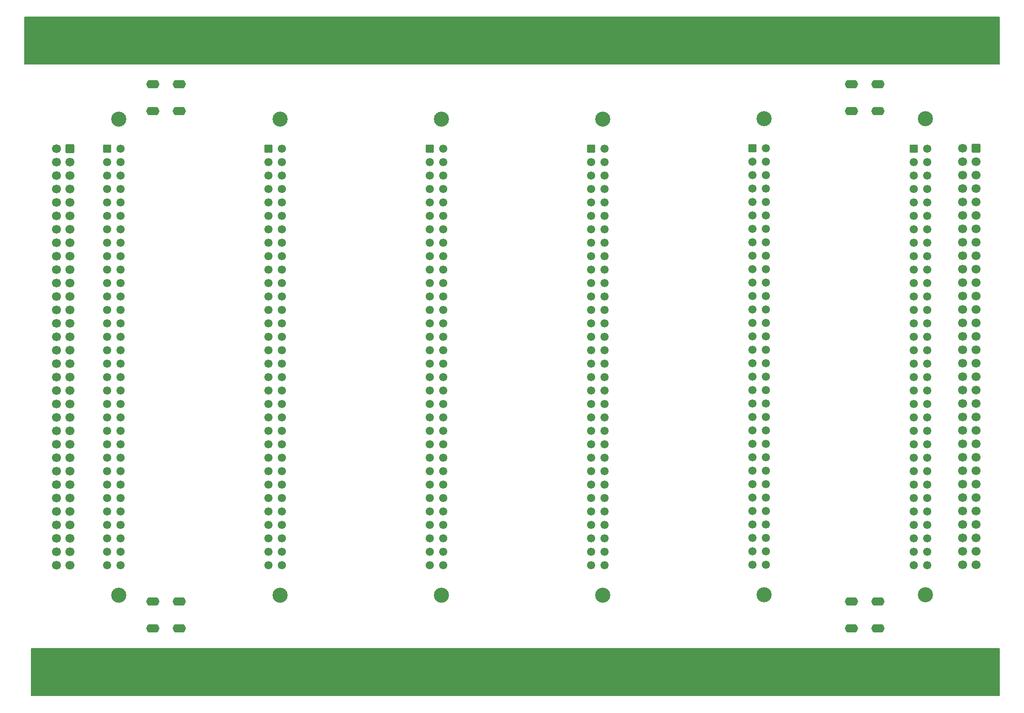
<source format=gbr>
%TF.GenerationSoftware,KiCad,Pcbnew,7.0.11+dfsg-1build4*%
%TF.CreationDate,2024-12-30T23:58:22+01:00*%
%TF.ProjectId,Z80-Backplane,5a38302d-4261-4636-9b70-6c616e652e6b,rev?*%
%TF.SameCoordinates,Original*%
%TF.FileFunction,Soldermask,Top*%
%TF.FilePolarity,Negative*%
%FSLAX46Y46*%
G04 Gerber Fmt 4.6, Leading zero omitted, Abs format (unit mm)*
G04 Created by KiCad (PCBNEW 7.0.11+dfsg-1build4) date 2024-12-30 23:58:22*
%MOMM*%
%LPD*%
G01*
G04 APERTURE LIST*
G04 Aperture macros list*
%AMRoundRect*
0 Rectangle with rounded corners*
0 $1 Rounding radius*
0 $2 $3 $4 $5 $6 $7 $8 $9 X,Y pos of 4 corners*
0 Add a 4 corners polygon primitive as box body*
4,1,4,$2,$3,$4,$5,$6,$7,$8,$9,$2,$3,0*
0 Add four circle primitives for the rounded corners*
1,1,$1+$1,$2,$3*
1,1,$1+$1,$4,$5*
1,1,$1+$1,$6,$7*
1,1,$1+$1,$8,$9*
0 Add four rect primitives between the rounded corners*
20,1,$1+$1,$2,$3,$4,$5,0*
20,1,$1+$1,$4,$5,$6,$7,0*
20,1,$1+$1,$6,$7,$8,$9,0*
20,1,$1+$1,$8,$9,$2,$3,0*%
G04 Aperture macros list end*
%ADD10C,0.150000*%
%ADD11C,2.850000*%
%ADD12RoundRect,0.249999X-0.525001X-0.525001X0.525001X-0.525001X0.525001X0.525001X-0.525001X0.525001X0*%
%ADD13C,1.550000*%
%ADD14C,4.700000*%
%ADD15O,2.500000X1.600000*%
%ADD16RoundRect,0.250000X0.600000X0.600000X-0.600000X0.600000X-0.600000X-0.600000X0.600000X-0.600000X0*%
%ADD17C,1.700000*%
G04 APERTURE END LIST*
D10*
X44450000Y-46990000D02*
X228600000Y-46990000D01*
X228600000Y-55880000D01*
X44450000Y-55880000D01*
X44450000Y-46990000D01*
G36*
X44450000Y-46990000D02*
G01*
X228600000Y-46990000D01*
X228600000Y-55880000D01*
X44450000Y-55880000D01*
X44450000Y-46990000D01*
G37*
X45720000Y-166370000D02*
X228600000Y-166370000D01*
X228600000Y-175260000D01*
X45720000Y-175260000D01*
X45720000Y-166370000D01*
G36*
X45720000Y-166370000D02*
G01*
X228600000Y-166370000D01*
X228600000Y-175260000D01*
X45720000Y-175260000D01*
X45720000Y-166370000D01*
G37*
D11*
%TO.C,J3*%
X184160000Y-66170000D03*
X184160000Y-156170000D03*
D12*
X181920000Y-71800000D03*
D13*
X181920000Y-74340000D03*
X181920000Y-76880000D03*
X181920000Y-79420000D03*
X181920000Y-81960000D03*
X181920000Y-84500000D03*
X181920000Y-87040000D03*
X181920000Y-89580000D03*
X181920000Y-92120000D03*
X181920000Y-94660000D03*
X181920000Y-97200000D03*
X181920000Y-99740000D03*
X181920000Y-102280000D03*
X181920000Y-104820000D03*
X181920000Y-107360000D03*
X181920000Y-109900000D03*
X181920000Y-112440000D03*
X181920000Y-114980000D03*
X181920000Y-117520000D03*
X181920000Y-120060000D03*
X181920000Y-122600000D03*
X181920000Y-125140000D03*
X181920000Y-127680000D03*
X181920000Y-130220000D03*
X181920000Y-132760000D03*
X181920000Y-135300000D03*
X181920000Y-137840000D03*
X181920000Y-140380000D03*
X181920000Y-142920000D03*
X181920000Y-145460000D03*
X181920000Y-148000000D03*
X181920000Y-150540000D03*
X184460000Y-71800000D03*
X184460000Y-74340000D03*
X184460000Y-76880000D03*
X184460000Y-79420000D03*
X184460000Y-81960000D03*
X184460000Y-84500000D03*
X184460000Y-87040000D03*
X184460000Y-89580000D03*
X184460000Y-92120000D03*
X184460000Y-94660000D03*
X184460000Y-97200000D03*
X184460000Y-99740000D03*
X184460000Y-102280000D03*
X184460000Y-104820000D03*
X184460000Y-107360000D03*
X184460000Y-109900000D03*
X184460000Y-112440000D03*
X184460000Y-114980000D03*
X184460000Y-117520000D03*
X184460000Y-120060000D03*
X184460000Y-122600000D03*
X184460000Y-125140000D03*
X184460000Y-127680000D03*
X184460000Y-130220000D03*
X184460000Y-132760000D03*
X184460000Y-135300000D03*
X184460000Y-137840000D03*
X184460000Y-140380000D03*
X184460000Y-142920000D03*
X184460000Y-145460000D03*
X184460000Y-148000000D03*
X184460000Y-150540000D03*
%TD*%
D11*
%TO.C,J4*%
X214640000Y-66200000D03*
X214640000Y-156200000D03*
D12*
X212400000Y-71830000D03*
D13*
X212400000Y-74370000D03*
X212400000Y-76910000D03*
X212400000Y-79450000D03*
X212400000Y-81990000D03*
X212400000Y-84530000D03*
X212400000Y-87070000D03*
X212400000Y-89610000D03*
X212400000Y-92150000D03*
X212400000Y-94690000D03*
X212400000Y-97230000D03*
X212400000Y-99770000D03*
X212400000Y-102310000D03*
X212400000Y-104850000D03*
X212400000Y-107390000D03*
X212400000Y-109930000D03*
X212400000Y-112470000D03*
X212400000Y-115010000D03*
X212400000Y-117550000D03*
X212400000Y-120090000D03*
X212400000Y-122630000D03*
X212400000Y-125170000D03*
X212400000Y-127710000D03*
X212400000Y-130250000D03*
X212400000Y-132790000D03*
X212400000Y-135330000D03*
X212400000Y-137870000D03*
X212400000Y-140410000D03*
X212400000Y-142950000D03*
X212400000Y-145490000D03*
X212400000Y-148030000D03*
X212400000Y-150570000D03*
X214940000Y-71830000D03*
X214940000Y-74370000D03*
X214940000Y-76910000D03*
X214940000Y-79450000D03*
X214940000Y-81990000D03*
X214940000Y-84530000D03*
X214940000Y-87070000D03*
X214940000Y-89610000D03*
X214940000Y-92150000D03*
X214940000Y-94690000D03*
X214940000Y-97230000D03*
X214940000Y-99770000D03*
X214940000Y-102310000D03*
X214940000Y-104850000D03*
X214940000Y-107390000D03*
X214940000Y-109930000D03*
X214940000Y-112470000D03*
X214940000Y-115010000D03*
X214940000Y-117550000D03*
X214940000Y-120090000D03*
X214940000Y-122630000D03*
X214940000Y-125170000D03*
X214940000Y-127710000D03*
X214940000Y-130250000D03*
X214940000Y-132790000D03*
X214940000Y-135330000D03*
X214940000Y-137870000D03*
X214940000Y-140410000D03*
X214940000Y-142950000D03*
X214940000Y-145490000D03*
X214940000Y-148030000D03*
X214940000Y-150570000D03*
%TD*%
D14*
%TO.C,H3*%
X184120000Y-50000000D03*
%TD*%
%TO.C,H8*%
X92680000Y-172500000D03*
%TD*%
%TO.C,H12*%
X92680000Y-50000000D03*
%TD*%
%TO.C,H10*%
X62200000Y-172500000D03*
%TD*%
D11*
%TO.C,J14*%
X62240000Y-66250000D03*
X62240000Y-156250000D03*
D12*
X60000000Y-71880000D03*
D13*
X60000000Y-74420000D03*
X60000000Y-76960000D03*
X60000000Y-79500000D03*
X60000000Y-82040000D03*
X60000000Y-84580000D03*
X60000000Y-87120000D03*
X60000000Y-89660000D03*
X60000000Y-92200000D03*
X60000000Y-94740000D03*
X60000000Y-97280000D03*
X60000000Y-99820000D03*
X60000000Y-102360000D03*
X60000000Y-104900000D03*
X60000000Y-107440000D03*
X60000000Y-109980000D03*
X60000000Y-112520000D03*
X60000000Y-115060000D03*
X60000000Y-117600000D03*
X60000000Y-120140000D03*
X60000000Y-122680000D03*
X60000000Y-125220000D03*
X60000000Y-127760000D03*
X60000000Y-130300000D03*
X60000000Y-132840000D03*
X60000000Y-135380000D03*
X60000000Y-137920000D03*
X60000000Y-140460000D03*
X60000000Y-143000000D03*
X60000000Y-145540000D03*
X60000000Y-148080000D03*
X60000000Y-150620000D03*
X62540000Y-71880000D03*
X62540000Y-74420000D03*
X62540000Y-76960000D03*
X62540000Y-79500000D03*
X62540000Y-82040000D03*
X62540000Y-84580000D03*
X62540000Y-87120000D03*
X62540000Y-89660000D03*
X62540000Y-92200000D03*
X62540000Y-94740000D03*
X62540000Y-97280000D03*
X62540000Y-99820000D03*
X62540000Y-102360000D03*
X62540000Y-104900000D03*
X62540000Y-107440000D03*
X62540000Y-109980000D03*
X62540000Y-112520000D03*
X62540000Y-115060000D03*
X62540000Y-117600000D03*
X62540000Y-120140000D03*
X62540000Y-122680000D03*
X62540000Y-125220000D03*
X62540000Y-127760000D03*
X62540000Y-130300000D03*
X62540000Y-132840000D03*
X62540000Y-135380000D03*
X62540000Y-137920000D03*
X62540000Y-140460000D03*
X62540000Y-143000000D03*
X62540000Y-145540000D03*
X62540000Y-148080000D03*
X62540000Y-150620000D03*
%TD*%
D14*
%TO.C,H1*%
X214600000Y-50000000D03*
%TD*%
%TO.C,H5*%
X153640000Y-50000000D03*
%TD*%
%TO.C,H9*%
X123160000Y-172500000D03*
%TD*%
D11*
%TO.C,J2*%
X153680000Y-66250000D03*
X153680000Y-156250000D03*
D12*
X151440000Y-71880000D03*
D13*
X151440000Y-74420000D03*
X151440000Y-76960000D03*
X151440000Y-79500000D03*
X151440000Y-82040000D03*
X151440000Y-84580000D03*
X151440000Y-87120000D03*
X151440000Y-89660000D03*
X151440000Y-92200000D03*
X151440000Y-94740000D03*
X151440000Y-97280000D03*
X151440000Y-99820000D03*
X151440000Y-102360000D03*
X151440000Y-104900000D03*
X151440000Y-107440000D03*
X151440000Y-109980000D03*
X151440000Y-112520000D03*
X151440000Y-115060000D03*
X151440000Y-117600000D03*
X151440000Y-120140000D03*
X151440000Y-122680000D03*
X151440000Y-125220000D03*
X151440000Y-127760000D03*
X151440000Y-130300000D03*
X151440000Y-132840000D03*
X151440000Y-135380000D03*
X151440000Y-137920000D03*
X151440000Y-140460000D03*
X151440000Y-143000000D03*
X151440000Y-145540000D03*
X151440000Y-148080000D03*
X151440000Y-150620000D03*
X153980000Y-71880000D03*
X153980000Y-74420000D03*
X153980000Y-76960000D03*
X153980000Y-79500000D03*
X153980000Y-82040000D03*
X153980000Y-84580000D03*
X153980000Y-87120000D03*
X153980000Y-89660000D03*
X153980000Y-92200000D03*
X153980000Y-94740000D03*
X153980000Y-97280000D03*
X153980000Y-99820000D03*
X153980000Y-102360000D03*
X153980000Y-104900000D03*
X153980000Y-107440000D03*
X153980000Y-109980000D03*
X153980000Y-112520000D03*
X153980000Y-115060000D03*
X153980000Y-117600000D03*
X153980000Y-120140000D03*
X153980000Y-122680000D03*
X153980000Y-125220000D03*
X153980000Y-127760000D03*
X153980000Y-130300000D03*
X153980000Y-132840000D03*
X153980000Y-135380000D03*
X153980000Y-137920000D03*
X153980000Y-140460000D03*
X153980000Y-143000000D03*
X153980000Y-145540000D03*
X153980000Y-148080000D03*
X153980000Y-150620000D03*
%TD*%
D14*
%TO.C,H4*%
X214600000Y-172500000D03*
%TD*%
%TO.C,H6*%
X153640000Y-172500000D03*
%TD*%
D11*
%TO.C,J15*%
X92720000Y-66250000D03*
X92720000Y-156250000D03*
D12*
X90480000Y-71880000D03*
D13*
X90480000Y-74420000D03*
X90480000Y-76960000D03*
X90480000Y-79500000D03*
X90480000Y-82040000D03*
X90480000Y-84580000D03*
X90480000Y-87120000D03*
X90480000Y-89660000D03*
X90480000Y-92200000D03*
X90480000Y-94740000D03*
X90480000Y-97280000D03*
X90480000Y-99820000D03*
X90480000Y-102360000D03*
X90480000Y-104900000D03*
X90480000Y-107440000D03*
X90480000Y-109980000D03*
X90480000Y-112520000D03*
X90480000Y-115060000D03*
X90480000Y-117600000D03*
X90480000Y-120140000D03*
X90480000Y-122680000D03*
X90480000Y-125220000D03*
X90480000Y-127760000D03*
X90480000Y-130300000D03*
X90480000Y-132840000D03*
X90480000Y-135380000D03*
X90480000Y-137920000D03*
X90480000Y-140460000D03*
X90480000Y-143000000D03*
X90480000Y-145540000D03*
X90480000Y-148080000D03*
X90480000Y-150620000D03*
X93020000Y-71880000D03*
X93020000Y-74420000D03*
X93020000Y-76960000D03*
X93020000Y-79500000D03*
X93020000Y-82040000D03*
X93020000Y-84580000D03*
X93020000Y-87120000D03*
X93020000Y-89660000D03*
X93020000Y-92200000D03*
X93020000Y-94740000D03*
X93020000Y-97280000D03*
X93020000Y-99820000D03*
X93020000Y-102360000D03*
X93020000Y-104900000D03*
X93020000Y-107440000D03*
X93020000Y-109980000D03*
X93020000Y-112520000D03*
X93020000Y-115060000D03*
X93020000Y-117600000D03*
X93020000Y-120140000D03*
X93020000Y-122680000D03*
X93020000Y-125220000D03*
X93020000Y-127760000D03*
X93020000Y-130300000D03*
X93020000Y-132840000D03*
X93020000Y-135380000D03*
X93020000Y-137920000D03*
X93020000Y-140460000D03*
X93020000Y-143000000D03*
X93020000Y-145540000D03*
X93020000Y-148080000D03*
X93020000Y-150620000D03*
%TD*%
D14*
%TO.C,H11*%
X62200000Y-50000000D03*
%TD*%
%TO.C,H2*%
X184120000Y-172500000D03*
%TD*%
D11*
%TO.C,J9*%
X123200000Y-66250000D03*
X123200000Y-156250000D03*
D12*
X120960000Y-71880000D03*
D13*
X120960000Y-74420000D03*
X120960000Y-76960000D03*
X120960000Y-79500000D03*
X120960000Y-82040000D03*
X120960000Y-84580000D03*
X120960000Y-87120000D03*
X120960000Y-89660000D03*
X120960000Y-92200000D03*
X120960000Y-94740000D03*
X120960000Y-97280000D03*
X120960000Y-99820000D03*
X120960000Y-102360000D03*
X120960000Y-104900000D03*
X120960000Y-107440000D03*
X120960000Y-109980000D03*
X120960000Y-112520000D03*
X120960000Y-115060000D03*
X120960000Y-117600000D03*
X120960000Y-120140000D03*
X120960000Y-122680000D03*
X120960000Y-125220000D03*
X120960000Y-127760000D03*
X120960000Y-130300000D03*
X120960000Y-132840000D03*
X120960000Y-135380000D03*
X120960000Y-137920000D03*
X120960000Y-140460000D03*
X120960000Y-143000000D03*
X120960000Y-145540000D03*
X120960000Y-148080000D03*
X120960000Y-150620000D03*
X123500000Y-71880000D03*
X123500000Y-74420000D03*
X123500000Y-76960000D03*
X123500000Y-79500000D03*
X123500000Y-82040000D03*
X123500000Y-84580000D03*
X123500000Y-87120000D03*
X123500000Y-89660000D03*
X123500000Y-92200000D03*
X123500000Y-94740000D03*
X123500000Y-97280000D03*
X123500000Y-99820000D03*
X123500000Y-102360000D03*
X123500000Y-104900000D03*
X123500000Y-107440000D03*
X123500000Y-109980000D03*
X123500000Y-112520000D03*
X123500000Y-115060000D03*
X123500000Y-117600000D03*
X123500000Y-120140000D03*
X123500000Y-122680000D03*
X123500000Y-125220000D03*
X123500000Y-127760000D03*
X123500000Y-130300000D03*
X123500000Y-132840000D03*
X123500000Y-135380000D03*
X123500000Y-137920000D03*
X123500000Y-140460000D03*
X123500000Y-143000000D03*
X123500000Y-145540000D03*
X123500000Y-148080000D03*
X123500000Y-150620000D03*
%TD*%
D14*
%TO.C,H7*%
X123160000Y-50000000D03*
%TD*%
D15*
%TO.C,J10*%
X73660000Y-157480000D03*
X68660000Y-157480000D03*
%TD*%
%TO.C,J5*%
X205660000Y-59690000D03*
X200660000Y-59690000D03*
%TD*%
%TO.C,J12*%
X73660000Y-162560000D03*
X68660000Y-162560000D03*
%TD*%
%TO.C,J8*%
X205660000Y-64770000D03*
X200660000Y-64770000D03*
%TD*%
%TO.C,J13*%
X205660000Y-162560000D03*
X200660000Y-162560000D03*
%TD*%
%TO.C,J7*%
X73660000Y-64770000D03*
X68660000Y-64770000D03*
%TD*%
%TO.C,J6*%
X73660000Y-59690000D03*
X68660000Y-59690000D03*
%TD*%
D16*
%TO.C,J17*%
X52950000Y-71860000D03*
D17*
X50410000Y-71860000D03*
X52950000Y-74400000D03*
X50410000Y-74400000D03*
X52950000Y-76940000D03*
X50410000Y-76940000D03*
X52950000Y-79480000D03*
X50410000Y-79480000D03*
X52950000Y-82020000D03*
X50410000Y-82020000D03*
X52950000Y-84560000D03*
X50410000Y-84560000D03*
X52950000Y-87100000D03*
X50410000Y-87100000D03*
X52950000Y-89640000D03*
X50410000Y-89640000D03*
X52950000Y-92180000D03*
X50410000Y-92180000D03*
X52950000Y-94720000D03*
X50410000Y-94720000D03*
X52950000Y-97260000D03*
X50410000Y-97260000D03*
X52950000Y-99800000D03*
X50410000Y-99800000D03*
X52950000Y-102340000D03*
X50410000Y-102340000D03*
X52950000Y-104880000D03*
X50410000Y-104880000D03*
X52950000Y-107420000D03*
X50410000Y-107420000D03*
X52950000Y-109960000D03*
X50410000Y-109960000D03*
X52950000Y-112500000D03*
X50410000Y-112500000D03*
X52950000Y-115040000D03*
X50410000Y-115040000D03*
X52950000Y-117580000D03*
X50410000Y-117580000D03*
X52950000Y-120120000D03*
X50410000Y-120120000D03*
X52950000Y-122660000D03*
X50410000Y-122660000D03*
X52950000Y-125200000D03*
X50410000Y-125200000D03*
X52950000Y-127740000D03*
X50410000Y-127740000D03*
X52950000Y-130280000D03*
X50410000Y-130280000D03*
X52950000Y-132820000D03*
X50410000Y-132820000D03*
X52950000Y-135360000D03*
X50410000Y-135360000D03*
X52950000Y-137900000D03*
X50410000Y-137900000D03*
X52950000Y-140440000D03*
X50410000Y-140440000D03*
X52950000Y-142980000D03*
X50410000Y-142980000D03*
X52950000Y-145520000D03*
X50410000Y-145520000D03*
X52950000Y-148060000D03*
X50410000Y-148060000D03*
X52950000Y-150600000D03*
X50410000Y-150600000D03*
%TD*%
D16*
%TO.C,J16*%
X224140000Y-71800000D03*
D17*
X221600000Y-71800000D03*
X224140000Y-74340000D03*
X221600000Y-74340000D03*
X224140000Y-76880000D03*
X221600000Y-76880000D03*
X224140000Y-79420000D03*
X221600000Y-79420000D03*
X224140000Y-81960000D03*
X221600000Y-81960000D03*
X224140000Y-84500000D03*
X221600000Y-84500000D03*
X224140000Y-87040000D03*
X221600000Y-87040000D03*
X224140000Y-89580000D03*
X221600000Y-89580000D03*
X224140000Y-92120000D03*
X221600000Y-92120000D03*
X224140000Y-94660000D03*
X221600000Y-94660000D03*
X224140000Y-97200000D03*
X221600000Y-97200000D03*
X224140000Y-99740000D03*
X221600000Y-99740000D03*
X224140000Y-102280000D03*
X221600000Y-102280000D03*
X224140000Y-104820000D03*
X221600000Y-104820000D03*
X224140000Y-107360000D03*
X221600000Y-107360000D03*
X224140000Y-109900000D03*
X221600000Y-109900000D03*
X224140000Y-112440000D03*
X221600000Y-112440000D03*
X224140000Y-114980000D03*
X221600000Y-114980000D03*
X224140000Y-117520000D03*
X221600000Y-117520000D03*
X224140000Y-120060000D03*
X221600000Y-120060000D03*
X224140000Y-122600000D03*
X221600000Y-122600000D03*
X224140000Y-125140000D03*
X221600000Y-125140000D03*
X224140000Y-127680000D03*
X221600000Y-127680000D03*
X224140000Y-130220000D03*
X221600000Y-130220000D03*
X224140000Y-132760000D03*
X221600000Y-132760000D03*
X224140000Y-135300000D03*
X221600000Y-135300000D03*
X224140000Y-137840000D03*
X221600000Y-137840000D03*
X224140000Y-140380000D03*
X221600000Y-140380000D03*
X224140000Y-142920000D03*
X221600000Y-142920000D03*
X224140000Y-145460000D03*
X221600000Y-145460000D03*
X224140000Y-148000000D03*
X221600000Y-148000000D03*
X224140000Y-150540000D03*
X221600000Y-150540000D03*
%TD*%
D15*
%TO.C,J11*%
X205660000Y-157480000D03*
X200660000Y-157480000D03*
%TD*%
M02*

</source>
